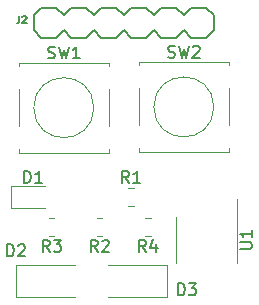
<source format=gbr>
%TF.GenerationSoftware,KiCad,Pcbnew,(5.1.9)-1*%
%TF.CreationDate,2021-04-24T16:12:05+02:00*%
%TF.ProjectId,PwdToken,50776454-6f6b-4656-9e2e-6b696361645f,rev?*%
%TF.SameCoordinates,Original*%
%TF.FileFunction,Legend,Top*%
%TF.FilePolarity,Positive*%
%FSLAX46Y46*%
G04 Gerber Fmt 4.6, Leading zero omitted, Abs format (unit mm)*
G04 Created by KiCad (PCBNEW (5.1.9)-1) date 2021-04-24 16:12:05*
%MOMM*%
%LPD*%
G01*
G04 APERTURE LIST*
%ADD10C,0.120000*%
%ADD11C,0.203200*%
%ADD12C,0.150000*%
%ADD13C,0.127000*%
G04 APERTURE END LIST*
D10*
%TO.C,SW1*%
X90170000Y-48320001D02*
G75*
G03*
X90170000Y-48320001I-2540000J0D01*
G01*
X83820000Y-51830001D02*
X83820000Y-52130001D01*
X91440000Y-51830001D02*
X91440000Y-52130001D01*
X83820000Y-46750001D02*
X83820000Y-49890001D01*
X91440000Y-46750001D02*
X91440000Y-49890001D01*
X83820000Y-44510001D02*
X83820000Y-44810001D01*
X91440000Y-52130001D02*
X83820000Y-52130001D01*
X91440000Y-44510001D02*
X91440000Y-44810001D01*
X83820000Y-44510001D02*
X91440000Y-44510001D01*
%TO.C,D2*%
X83620000Y-61632000D02*
X83620000Y-64352000D01*
X83620000Y-64352000D02*
X88600000Y-64352000D01*
X83620000Y-61632000D02*
X88600000Y-61632000D01*
%TO.C,U1*%
X97135000Y-59530000D02*
X97135000Y-61480000D01*
X97135000Y-59530000D02*
X97135000Y-57580000D01*
X102255000Y-59530000D02*
X102255000Y-61480000D01*
X102255000Y-59530000D02*
X102255000Y-56080000D01*
%TO.C,R3*%
X86825064Y-59155000D02*
X86370936Y-59155000D01*
X86825064Y-57685000D02*
X86370936Y-57685000D01*
%TO.C,R4*%
X94985064Y-59155000D02*
X94530936Y-59155000D01*
X94985064Y-57685000D02*
X94530936Y-57685000D01*
%TO.C,R2*%
X90889064Y-59155000D02*
X90434936Y-59155000D01*
X90889064Y-57685000D02*
X90434936Y-57685000D01*
%TO.C,R1*%
X93080436Y-55145000D02*
X93534564Y-55145000D01*
X93080436Y-56615000D02*
X93534564Y-56615000D01*
%TO.C,D3*%
X96384000Y-64352000D02*
X96384000Y-61632000D01*
X96384000Y-61632000D02*
X91404000Y-61632000D01*
X96384000Y-64352000D02*
X91404000Y-64352000D01*
%TO.C,D1*%
X86014500Y-54920000D02*
X83154500Y-54920000D01*
X83154500Y-54920000D02*
X83154500Y-56840000D01*
X83154500Y-56840000D02*
X86014500Y-56840000D01*
D11*
%TO.C,J2*%
X97790000Y-40513000D02*
X98425000Y-39878000D01*
X98425000Y-39878000D02*
X99695000Y-39878000D01*
X99695000Y-39878000D02*
X100330000Y-40513000D01*
X100330000Y-41783000D02*
X99695000Y-42418000D01*
X99695000Y-42418000D02*
X98425000Y-42418000D01*
X98425000Y-42418000D02*
X97790000Y-41783000D01*
X93345000Y-39878000D02*
X94615000Y-39878000D01*
X94615000Y-39878000D02*
X95250000Y-40513000D01*
X95250000Y-41783000D02*
X94615000Y-42418000D01*
X95250000Y-40513000D02*
X95885000Y-39878000D01*
X95885000Y-39878000D02*
X97155000Y-39878000D01*
X97155000Y-39878000D02*
X97790000Y-40513000D01*
X97790000Y-41783000D02*
X97155000Y-42418000D01*
X97155000Y-42418000D02*
X95885000Y-42418000D01*
X95885000Y-42418000D02*
X95250000Y-41783000D01*
X90170000Y-40513000D02*
X90805000Y-39878000D01*
X90805000Y-39878000D02*
X92075000Y-39878000D01*
X92075000Y-39878000D02*
X92710000Y-40513000D01*
X92710000Y-41783000D02*
X92075000Y-42418000D01*
X92075000Y-42418000D02*
X90805000Y-42418000D01*
X90805000Y-42418000D02*
X90170000Y-41783000D01*
X93345000Y-39878000D02*
X92710000Y-40513000D01*
X92710000Y-41783000D02*
X93345000Y-42418000D01*
X94615000Y-42418000D02*
X93345000Y-42418000D01*
X85725000Y-39878000D02*
X86995000Y-39878000D01*
X86995000Y-39878000D02*
X87630000Y-40513000D01*
X87630000Y-41783000D02*
X86995000Y-42418000D01*
X87630000Y-40513000D02*
X88265000Y-39878000D01*
X88265000Y-39878000D02*
X89535000Y-39878000D01*
X89535000Y-39878000D02*
X90170000Y-40513000D01*
X90170000Y-41783000D02*
X89535000Y-42418000D01*
X89535000Y-42418000D02*
X88265000Y-42418000D01*
X88265000Y-42418000D02*
X87630000Y-41783000D01*
X85090000Y-40513000D02*
X85090000Y-41783000D01*
X85725000Y-39878000D02*
X85090000Y-40513000D01*
X85090000Y-41783000D02*
X85725000Y-42418000D01*
X86995000Y-42418000D02*
X85725000Y-42418000D01*
X100330000Y-40513000D02*
X100330000Y-41783000D01*
D10*
%TO.C,SW2*%
X100330000Y-48260000D02*
G75*
G03*
X100330000Y-48260000I-2540000J0D01*
G01*
X93980000Y-51770000D02*
X93980000Y-52070000D01*
X101600000Y-51770000D02*
X101600000Y-52070000D01*
X93980000Y-46690000D02*
X93980000Y-49830000D01*
X101600000Y-46690000D02*
X101600000Y-49830000D01*
X93980000Y-44450000D02*
X93980000Y-44750000D01*
X101600000Y-52070000D02*
X93980000Y-52070000D01*
X101600000Y-44450000D02*
X101600000Y-44750000D01*
X93980000Y-44450000D02*
X101600000Y-44450000D01*
%TO.C,SW1*%
D12*
X86296666Y-44104762D02*
X86439523Y-44152381D01*
X86677619Y-44152381D01*
X86772857Y-44104762D01*
X86820476Y-44057143D01*
X86868095Y-43961905D01*
X86868095Y-43866667D01*
X86820476Y-43771429D01*
X86772857Y-43723810D01*
X86677619Y-43676191D01*
X86487142Y-43628572D01*
X86391904Y-43580953D01*
X86344285Y-43533334D01*
X86296666Y-43438096D01*
X86296666Y-43342858D01*
X86344285Y-43247620D01*
X86391904Y-43200001D01*
X86487142Y-43152381D01*
X86725238Y-43152381D01*
X86868095Y-43200001D01*
X87201428Y-43152381D02*
X87439523Y-44152381D01*
X87630000Y-43438096D01*
X87820476Y-44152381D01*
X88058571Y-43152381D01*
X88963333Y-44152381D02*
X88391904Y-44152381D01*
X88677619Y-44152381D02*
X88677619Y-43152381D01*
X88582380Y-43295239D01*
X88487142Y-43390477D01*
X88391904Y-43438096D01*
%TO.C,D2*%
X82827904Y-60904380D02*
X82827904Y-59904380D01*
X83066000Y-59904380D01*
X83208857Y-59952000D01*
X83304095Y-60047238D01*
X83351714Y-60142476D01*
X83399333Y-60332952D01*
X83399333Y-60475809D01*
X83351714Y-60666285D01*
X83304095Y-60761523D01*
X83208857Y-60856761D01*
X83066000Y-60904380D01*
X82827904Y-60904380D01*
X83780285Y-59999619D02*
X83827904Y-59952000D01*
X83923142Y-59904380D01*
X84161238Y-59904380D01*
X84256476Y-59952000D01*
X84304095Y-59999619D01*
X84351714Y-60094857D01*
X84351714Y-60190095D01*
X84304095Y-60332952D01*
X83732666Y-60904380D01*
X84351714Y-60904380D01*
%TO.C,U1*%
X102547380Y-60291904D02*
X103356904Y-60291904D01*
X103452142Y-60244285D01*
X103499761Y-60196666D01*
X103547380Y-60101428D01*
X103547380Y-59910952D01*
X103499761Y-59815714D01*
X103452142Y-59768095D01*
X103356904Y-59720476D01*
X102547380Y-59720476D01*
X103547380Y-58720476D02*
X103547380Y-59291904D01*
X103547380Y-59006190D02*
X102547380Y-59006190D01*
X102690238Y-59101428D01*
X102785476Y-59196666D01*
X102833095Y-59291904D01*
%TO.C,R3*%
X86431333Y-60522380D02*
X86098000Y-60046190D01*
X85859904Y-60522380D02*
X85859904Y-59522380D01*
X86240857Y-59522380D01*
X86336095Y-59570000D01*
X86383714Y-59617619D01*
X86431333Y-59712857D01*
X86431333Y-59855714D01*
X86383714Y-59950952D01*
X86336095Y-59998571D01*
X86240857Y-60046190D01*
X85859904Y-60046190D01*
X86764666Y-59522380D02*
X87383714Y-59522380D01*
X87050380Y-59903333D01*
X87193238Y-59903333D01*
X87288476Y-59950952D01*
X87336095Y-59998571D01*
X87383714Y-60093809D01*
X87383714Y-60331904D01*
X87336095Y-60427142D01*
X87288476Y-60474761D01*
X87193238Y-60522380D01*
X86907523Y-60522380D01*
X86812285Y-60474761D01*
X86764666Y-60427142D01*
%TO.C,R4*%
X94591333Y-60522380D02*
X94258000Y-60046190D01*
X94019904Y-60522380D02*
X94019904Y-59522380D01*
X94400857Y-59522380D01*
X94496095Y-59570000D01*
X94543714Y-59617619D01*
X94591333Y-59712857D01*
X94591333Y-59855714D01*
X94543714Y-59950952D01*
X94496095Y-59998571D01*
X94400857Y-60046190D01*
X94019904Y-60046190D01*
X95448476Y-59855714D02*
X95448476Y-60522380D01*
X95210380Y-59474761D02*
X94972285Y-60189047D01*
X95591333Y-60189047D01*
%TO.C,R2*%
X90495333Y-60522380D02*
X90162000Y-60046190D01*
X89923904Y-60522380D02*
X89923904Y-59522380D01*
X90304857Y-59522380D01*
X90400095Y-59570000D01*
X90447714Y-59617619D01*
X90495333Y-59712857D01*
X90495333Y-59855714D01*
X90447714Y-59950952D01*
X90400095Y-59998571D01*
X90304857Y-60046190D01*
X89923904Y-60046190D01*
X90876285Y-59617619D02*
X90923904Y-59570000D01*
X91019142Y-59522380D01*
X91257238Y-59522380D01*
X91352476Y-59570000D01*
X91400095Y-59617619D01*
X91447714Y-59712857D01*
X91447714Y-59808095D01*
X91400095Y-59950952D01*
X90828666Y-60522380D01*
X91447714Y-60522380D01*
%TO.C,R1*%
X93140833Y-54682380D02*
X92807500Y-54206190D01*
X92569404Y-54682380D02*
X92569404Y-53682380D01*
X92950357Y-53682380D01*
X93045595Y-53730000D01*
X93093214Y-53777619D01*
X93140833Y-53872857D01*
X93140833Y-54015714D01*
X93093214Y-54110952D01*
X93045595Y-54158571D01*
X92950357Y-54206190D01*
X92569404Y-54206190D01*
X94093214Y-54682380D02*
X93521785Y-54682380D01*
X93807500Y-54682380D02*
X93807500Y-53682380D01*
X93712261Y-53825238D01*
X93617023Y-53920476D01*
X93521785Y-53968095D01*
%TO.C,D3*%
X97305904Y-64206380D02*
X97305904Y-63206380D01*
X97544000Y-63206380D01*
X97686857Y-63254000D01*
X97782095Y-63349238D01*
X97829714Y-63444476D01*
X97877333Y-63634952D01*
X97877333Y-63777809D01*
X97829714Y-63968285D01*
X97782095Y-64063523D01*
X97686857Y-64158761D01*
X97544000Y-64206380D01*
X97305904Y-64206380D01*
X98210666Y-63206380D02*
X98829714Y-63206380D01*
X98496380Y-63587333D01*
X98639238Y-63587333D01*
X98734476Y-63634952D01*
X98782095Y-63682571D01*
X98829714Y-63777809D01*
X98829714Y-64015904D01*
X98782095Y-64111142D01*
X98734476Y-64158761D01*
X98639238Y-64206380D01*
X98353523Y-64206380D01*
X98258285Y-64158761D01*
X98210666Y-64111142D01*
%TO.C,D1*%
X84276404Y-54682380D02*
X84276404Y-53682380D01*
X84514500Y-53682380D01*
X84657357Y-53730000D01*
X84752595Y-53825238D01*
X84800214Y-53920476D01*
X84847833Y-54110952D01*
X84847833Y-54253809D01*
X84800214Y-54444285D01*
X84752595Y-54539523D01*
X84657357Y-54634761D01*
X84514500Y-54682380D01*
X84276404Y-54682380D01*
X85800214Y-54682380D02*
X85228785Y-54682380D01*
X85514500Y-54682380D02*
X85514500Y-53682380D01*
X85419261Y-53825238D01*
X85324023Y-53920476D01*
X85228785Y-53968095D01*
%TO.C,J2*%
D13*
X83870800Y-40560171D02*
X83870800Y-40995600D01*
X83841771Y-41082685D01*
X83783714Y-41140742D01*
X83696628Y-41169771D01*
X83638571Y-41169771D01*
X84132057Y-40618228D02*
X84161085Y-40589200D01*
X84219142Y-40560171D01*
X84364285Y-40560171D01*
X84422342Y-40589200D01*
X84451371Y-40618228D01*
X84480400Y-40676285D01*
X84480400Y-40734342D01*
X84451371Y-40821428D01*
X84103028Y-41169771D01*
X84480400Y-41169771D01*
%TO.C,SW2*%
D12*
X96456666Y-44044761D02*
X96599523Y-44092380D01*
X96837619Y-44092380D01*
X96932857Y-44044761D01*
X96980476Y-43997142D01*
X97028095Y-43901904D01*
X97028095Y-43806666D01*
X96980476Y-43711428D01*
X96932857Y-43663809D01*
X96837619Y-43616190D01*
X96647142Y-43568571D01*
X96551904Y-43520952D01*
X96504285Y-43473333D01*
X96456666Y-43378095D01*
X96456666Y-43282857D01*
X96504285Y-43187619D01*
X96551904Y-43140000D01*
X96647142Y-43092380D01*
X96885238Y-43092380D01*
X97028095Y-43140000D01*
X97361428Y-43092380D02*
X97599523Y-44092380D01*
X97790000Y-43378095D01*
X97980476Y-44092380D01*
X98218571Y-43092380D01*
X98551904Y-43187619D02*
X98599523Y-43140000D01*
X98694761Y-43092380D01*
X98932857Y-43092380D01*
X99028095Y-43140000D01*
X99075714Y-43187619D01*
X99123333Y-43282857D01*
X99123333Y-43378095D01*
X99075714Y-43520952D01*
X98504285Y-44092380D01*
X99123333Y-44092380D01*
%TD*%
M02*

</source>
